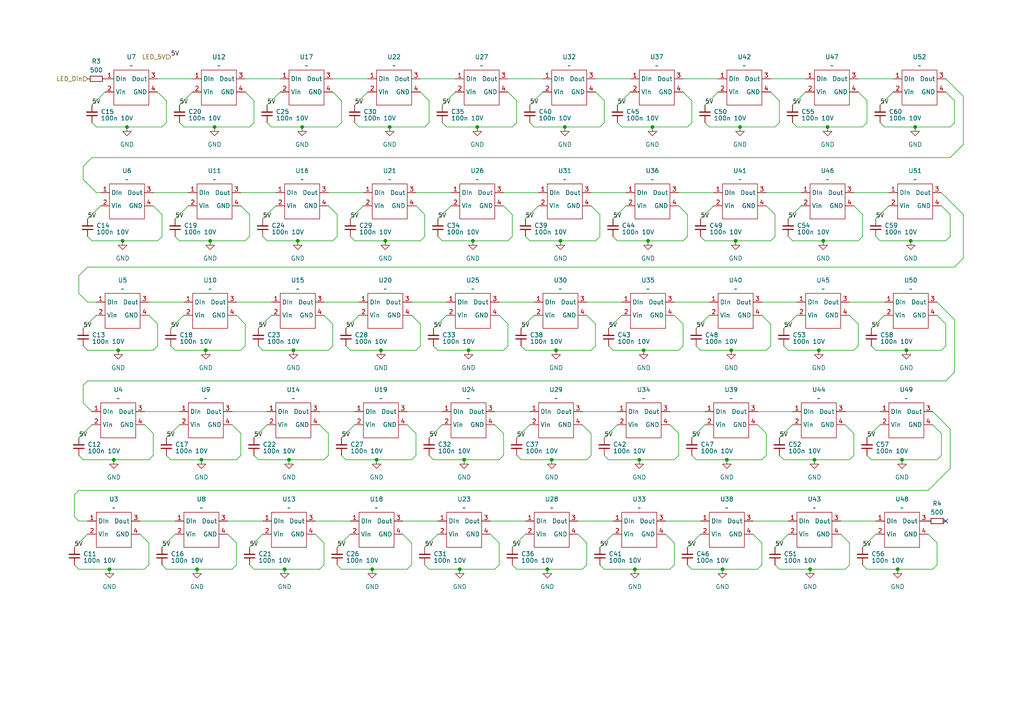
<source format=kicad_sch>
(kicad_sch (version 20250114) (generator "eeschema") (generator_version "9.0")
  (paper "A4")
  (title_block (title "QNOB") (date "2025-04-17") (rev "0.5") (company "12M Design") (comment 1 "Alper Basaran"))
  (junction (at 82.55 165.1))
  (junction (at 110.49 101.6))
  (junction (at 260.35 165.1))
  (junction (at 34.29 101.6))
  (junction (at 85.09 101.6))
  (junction (at 133.35 165.1))
  (junction (at 237.49 101.6))
  (junction (at 83.82 133.35))
  (junction (at 264.16 69.85))
  (junction (at 87.63 36.83))
  (junction (at 134.62 133.35))
  (junction (at 240.03 36.83))
  (junction (at 234.95 165.1))
  (junction (at 36.83 36.83))
  (junction (at 236.22 133.35))
  (junction (at 262.89 101.6))
  (junction (at 35.56 69.85))
  (junction (at 158.75 165.1))
  (junction (at 210.82 133.35))
  (junction (at 33.02 133.35))
  (junction (at 60.96 69.85))
  (junction (at 160.02 133.35))
  (junction (at 185.42 133.35))
  (junction (at 135.89 101.6))
  (junction (at 209.55 165.1))
  (junction (at 212.09 101.6))
  (junction (at 186.69 101.6))
  (junction (at 109.22 133.35))
  (junction (at 31.75 165.1))
  (junction (at 161.29 101.6))
  (junction (at 138.43 36.83))
  (junction (at 59.69 101.6))
  (junction (at 261.62 133.35))
  (junction (at 238.76 69.85))
  (junction (at 187.96 69.85))
  (junction (at 62.23 36.83))
  (junction (at 86.36 69.85))
  (junction (at 162.56 69.85))
  (junction (at 58.42 133.35))
  (junction (at 213.36 69.85))
  (junction (at 111.76 69.85))
  (junction (at 189.23 36.83))
  (junction (at 163.83 36.83))
  (junction (at 214.63 36.83))
  (junction (at 113.03 36.83))
  (junction (at 57.15 165.1))
  (junction (at 137.16 69.85))
  (junction (at 107.95 165.1))
  (junction (at 184.15 165.1))
  (junction (at 265.43 36.83))
  (no_connect (at 274.32 151.13))
  (wire (pts (xy 146.05 101.6) (xy 147.32 100.33)))
  (wire (pts (xy 48.26 165.1) (xy 46.99 163.83)))
  (wire (pts (xy 172.72 69.85) (xy 173.99 68.58)))
  (wire (pts (xy 223.52 100.33) (xy 223.52 93.98)))
  (wire (pts (xy 275.59 36.83) (xy 276.86 35.56)))
  (wire (pts (xy 252.73 133.35) (xy 251.46 132.08)))
  (wire (pts (xy 82.55 165.1) (xy 73.66 165.1)))
  (wire (pts (xy 73.66 165.1) (xy 72.39 163.83)))
  (wire (pts (xy 24.13 52.07) (xy 24.13 48.26)))
  (wire (pts (xy 130.81 59.69) (xy 127 63.5)))
  (wire (pts (xy 194.31 119.38) (xy 204.47 119.38)))
  (wire (pts (xy 138.43 36.83) (xy 129.54 36.83)))
  (wire (pts (xy 234.95 165.1) (xy 226.06 165.1)))
  (wire (pts (xy 147.32 100.33) (xy 147.32 93.98)))
  (wire (pts (xy 171.45 55.88) (xy 181.61 55.88)))
  (wire (pts (xy 177.8 154.94) (xy 173.99 158.75)))
  (wire (pts (xy 120.65 101.6) (xy 121.92 100.33)))
  (wire (pts (xy 125.73 133.35) (xy 124.46 132.08)))
  (wire (pts (xy 69.85 125.73) (xy 67.31 123.19)))
  (wire (pts (xy 271.78 133.35) (xy 273.05 132.08)))
  (wire (pts (xy 240.03 36.83) (xy 250.19 36.83)))
  (wire (pts (xy 151.13 133.35) (xy 149.86 132.08)))
  (wire (pts (xy 134.62 133.35) (xy 125.73 133.35)))
  (wire (pts (xy 173.99 68.58) (xy 173.99 62.23)))
  (wire (pts (xy 149.86 29.21) (xy 147.32 26.67)))
  (wire (pts (xy 83.82 133.35) (xy 93.98 133.35)))
  (wire (pts (xy 44.45 132.08) (xy 44.45 125.73)))
  (wire (pts (xy 22.86 151.13) (xy 21.59 149.86)))
  (wire (pts (xy 238.76 69.85) (xy 229.87 69.85)))
  (wire (pts (xy 43.18 87.63) (xy 53.34 87.63)))
  (wire (pts (xy 62.23 36.83) (xy 72.39 36.83)))
  (wire (pts (xy 198.12 69.85) (xy 199.39 68.58)))
  (wire (pts (xy 172.72 22.86) (xy 182.88 22.86)))
  (wire (pts (xy 274.32 110.49) (xy 276.86 107.95)))
  (wire (pts (xy 276.86 92.71) (xy 271.78 87.63)))
  (wire (pts (xy 185.42 133.35) (xy 195.58 133.35)))
  (wire (pts (xy 99.06 35.56) (xy 99.06 29.21)))
  (wire (pts (xy 172.72 100.33) (xy 172.72 93.98)))
  (wire (pts (xy 29.21 59.69) (xy 25.4 63.5)))
  (wire (pts (xy 203.2 154.94) (xy 199.39 158.75)))
  (wire (pts (xy 246.38 157.48) (xy 243.84 154.94)))
  (wire (pts (xy 121.92 22.86) (xy 132.08 22.86)))
  (wire (pts (xy 48.26 35.56) (xy 48.26 29.21)))
  (wire (pts (xy 205.74 36.83) (xy 204.47 35.56)))
  (wire (pts (xy 133.35 165.1) (xy 124.46 165.1)))
  (wire (pts (xy 43.18 133.35) (xy 44.45 132.08)))
  (wire (pts (xy 247.65 101.6) (xy 248.92 100.33)))
  (wire (pts (xy 123.19 62.23) (xy 120.65 59.69)))
  (wire (pts (xy 93.98 133.35) (xy 95.25 132.08)))
  (wire (pts (xy 25.4 110.49) (xy 274.32 110.49)))
  (wire (pts (xy 111.76 69.85) (xy 121.92 69.85)))
  (wire (pts (xy 207.01 59.69) (xy 203.2 63.5)))
  (wire (pts (xy 27.94 36.83) (xy 26.67 35.56)))
  (wire (pts (xy 236.22 133.35) (xy 227.33 133.35)))
  (wire (pts (xy 26.67 119.38) (xy 24.13 116.84)))
  (wire (pts (xy 246.38 133.35) (xy 247.65 132.08)))
  (wire (pts (xy 104.14 36.83) (xy 102.87 35.56)))
  (wire (pts (xy 222.25 132.08) (xy 222.25 125.73)))
  (wire (pts (xy 101.6 154.94) (xy 97.79 158.75)))
  (wire (pts (xy 194.31 165.1) (xy 195.58 163.83)))
  (wire (pts (xy 96.52 69.85) (xy 97.79 68.58)))
  (wire (pts (xy 144.78 133.35) (xy 146.05 132.08)))
  (wire (pts (xy 248.92 93.98) (xy 246.38 91.44)))
  (wire (pts (xy 265.43 36.83) (xy 256.54 36.83)))
  (wire (pts (xy 54.61 59.69) (xy 50.8 63.5)))
  (wire (pts (xy 102.87 69.85) (xy 101.6 68.58)))
  (wire (pts (xy 250.19 62.23) (xy 247.65 59.69)))
  (wire (pts (xy 49.53 133.35) (xy 48.26 132.08)))
  (wire (pts (xy 106.68 26.67) (xy 102.87 30.48)))
  (wire (pts (xy 195.58 157.48) (xy 193.04 154.94)))
  (wire (pts (xy 261.62 133.35) (xy 252.73 133.35)))
  (wire (pts (xy 275.59 68.58) (xy 275.59 62.23)))
  (wire (pts (xy 223.52 93.98) (xy 220.98 91.44)))
  (wire (pts (xy 175.26 35.56) (xy 175.26 29.21)))
  (wire (pts (xy 25.4 87.63) (xy 22.86 85.09)))
  (wire (pts (xy 72.39 68.58) (xy 72.39 62.23)))
  (wire (pts (xy 200.66 165.1) (xy 199.39 163.83)))
  (wire (pts (xy 127 101.6) (xy 125.73 100.33)))
  (wire (pts (xy 119.38 163.83) (xy 119.38 157.48)))
  (wire (pts (xy 22.86 80.01) (xy 25.4 77.47)))
  (wire (pts (xy 270.51 165.1) (xy 271.78 163.83)))
  (wire (pts (xy 22.86 142.24) (xy 269.24 142.24)))
  (wire (pts (xy 120.65 125.73) (xy 118.11 123.19)))
  (wire (pts (xy 228.6 101.6) (xy 227.33 100.33)))
  (wire (pts (xy 196.85 125.73) (xy 194.31 123.19)))
  (wire (pts (xy 208.28 26.67) (xy 204.47 30.48)))
  (wire (pts (xy 247.65 125.73) (xy 245.11 123.19)))
  (wire (pts (xy 181.61 59.69) (xy 177.8 63.5)))
  (wire (pts (xy 256.54 36.83) (xy 255.27 35.56)))
  (wire (pts (xy 110.49 101.6) (xy 101.6 101.6)))
  (wire (pts (xy 71.12 22.86) (xy 81.28 22.86)))
  (wire (pts (xy 189.23 36.83) (xy 180.34 36.83)))
  (wire (pts (xy 43.18 163.83) (xy 43.18 157.48)))
  (wire (pts (xy 71.12 100.33) (xy 71.12 93.98)))
  (wire (pts (xy 171.45 132.08) (xy 171.45 125.73)))
  (wire (pts (xy 116.84 151.13) (xy 127 151.13)))
  (wire (pts (xy 48.26 29.21) (xy 45.72 26.67)))
  (wire (pts (xy 99.06 29.21) (xy 96.52 26.67)))
  (wire (pts (xy 157.48 26.67) (xy 153.67 30.48)))
  (wire (pts (xy 195.58 133.35) (xy 196.85 132.08)))
  (wire (pts (xy 214.63 36.83) (xy 224.79 36.83)))
  (wire (pts (xy 58.42 133.35) (xy 49.53 133.35)))
  (wire (pts (xy 250.19 68.58) (xy 250.19 62.23)))
  (wire (pts (xy 93.98 163.83) (xy 93.98 157.48)))
  (wire (pts (xy 73.66 29.21) (xy 71.12 26.67)))
  (wire (pts (xy 34.29 101.6) (xy 44.45 101.6)))
  (wire (pts (xy 124.46 35.56) (xy 124.46 29.21)))
  (wire (pts (xy 92.71 165.1) (xy 93.98 163.83)))
  (wire (pts (xy 158.75 165.1) (xy 149.86 165.1)))
  (wire (pts (xy 172.72 93.98) (xy 170.18 91.44)))
  (wire (pts (xy 45.72 93.98) (xy 43.18 91.44)))
  (wire (pts (xy 96.52 93.98) (xy 93.98 91.44)))
  (wire (pts (xy 180.34 91.44) (xy 176.53 95.25)))
  (wire (pts (xy 59.69 101.6) (xy 50.8 101.6)))
  (wire (pts (xy 212.09 101.6) (xy 222.25 101.6)))
  (wire (pts (xy 99.06 165.1) (xy 97.79 163.83)))
  (wire (pts (xy 44.45 55.88) (xy 54.61 55.88)))
  (wire (pts (xy 198.12 100.33) (xy 198.12 93.98)))
  (wire (pts (xy 104.14 91.44) (xy 100.33 95.25)))
  (wire (pts (xy 124.46 165.1) (xy 123.19 163.83)))
  (wire (pts (xy 142.24 151.13) (xy 152.4 151.13)))
  (wire (pts (xy 24.13 133.35) (xy 22.86 132.08)))
  (wire (pts (xy 209.55 165.1) (xy 200.66 165.1)))
  (wire (pts (xy 163.83 36.83) (xy 173.99 36.83)))
  (wire (pts (xy 121.92 93.98) (xy 119.38 91.44)))
  (wire (pts (xy 160.02 133.35) (xy 170.18 133.35)))
  (wire (pts (xy 62.23 36.83) (xy 53.34 36.83)))
  (wire (pts (xy 149.86 165.1) (xy 148.59 163.83)))
  (wire (pts (xy 24.13 48.26) (xy 26.67 45.72)))
  (wire (pts (xy 21.59 149.86) (xy 21.59 143.51)))
  (wire (pts (xy 179.07 123.19) (xy 175.26 127)))
  (wire (pts (xy 147.32 69.85) (xy 148.59 68.58)))
  (wire (pts (xy 198.12 93.98) (xy 195.58 91.44)))
  (wire (pts (xy 146.05 125.73) (xy 143.51 123.19)))
  (wire (pts (xy 158.75 165.1) (xy 168.91 165.1)))
  (wire (pts (xy 260.35 165.1) (xy 251.46 165.1)))
  (wire (pts (xy 248.92 22.86) (xy 259.08 22.86)))
  (wire (pts (xy 100.33 133.35) (xy 99.06 132.08)))
  (wire (pts (xy 113.03 36.83) (xy 104.14 36.83)))
  (wire (pts (xy 128.27 69.85) (xy 127 68.58)))
  (wire (pts (xy 173.99 36.83) (xy 175.26 35.56)))
  (wire (pts (xy 60.96 69.85) (xy 52.07 69.85)))
  (wire (pts (xy 60.96 69.85) (xy 71.12 69.85)))
  (wire (pts (xy 77.47 69.85) (xy 76.2 68.58)))
  (wire (pts (xy 199.39 68.58) (xy 199.39 62.23)))
  (wire (pts (xy 69.85 55.88) (xy 80.01 55.88)))
  (wire (pts (xy 224.79 36.83) (xy 226.06 35.56)))
  (wire (pts (xy 80.01 59.69) (xy 76.2 63.5)))
  (wire (pts (xy 175.26 29.21) (xy 172.72 26.67)))
  (wire (pts (xy 264.16 69.85) (xy 274.32 69.85)))
  (wire (pts (xy 45.72 100.33) (xy 45.72 93.98)))
  (wire (pts (xy 135.89 101.6) (xy 146.05 101.6)))
  (wire (pts (xy 261.62 133.35) (xy 271.78 133.35)))
  (wire (pts (xy 175.26 165.1) (xy 173.99 163.83)))
  (wire (pts (xy 144.78 163.83) (xy 144.78 157.48)))
  (wire (pts (xy 246.38 87.63) (xy 256.54 87.63)))
  (wire (pts (xy 105.41 59.69) (xy 101.6 63.5)))
  (wire (pts (xy 167.64 151.13) (xy 177.8 151.13)))
  (wire (pts (xy 199.39 36.83) (xy 200.66 35.56)))
  (wire (pts (xy 135.89 101.6) (xy 127 101.6)))
  (wire (pts (xy 273.05 132.08) (xy 273.05 125.73)))
  (wire (pts (xy 279.4 41.91) (xy 279.4 27.94)))
  (wire (pts (xy 220.98 163.83) (xy 220.98 157.48)))
  (wire (pts (xy 231.14 36.83) (xy 229.87 35.56)))
  (wire (pts (xy 120.65 132.08) (xy 120.65 125.73)))
  (wire (pts (xy 72.39 36.83) (xy 73.66 35.56)))
  (wire (pts (xy 101.6 101.6) (xy 100.33 100.33)))
  (wire (pts (xy 176.53 133.35) (xy 175.26 132.08)))
  (wire (pts (xy 69.85 101.6) (xy 71.12 100.33)))
  (wire (pts (xy 148.59 68.58) (xy 148.59 62.23)))
  (wire (pts (xy 187.96 69.85) (xy 198.12 69.85)))
  (wire (pts (xy 109.22 133.35) (xy 100.33 133.35)))
  (wire (pts (xy 36.83 36.83) (xy 27.94 36.83)))
  (wire (pts (xy 262.89 101.6) (xy 254 101.6)))
  (wire (pts (xy 265.43 36.83) (xy 275.59 36.83)))
  (wire (pts (xy 219.71 165.1) (xy 220.98 163.83)))
  (wire (pts (xy 33.02 133.35) (xy 24.13 133.35)))
  (wire (pts (xy 204.47 123.19) (xy 200.66 127)))
  (wire (pts (xy 45.72 69.85) (xy 46.99 68.58)))
  (wire (pts (xy 82.55 165.1) (xy 92.71 165.1)))
  (wire (pts (xy 45.72 22.86) (xy 55.88 22.86)))
  (wire (pts (xy 248.92 69.85) (xy 250.19 68.58)))
  (wire (pts (xy 220.98 133.35) (xy 222.25 132.08)))
  (wire (pts (xy 209.55 165.1) (xy 219.71 165.1)))
  (wire (pts (xy 251.46 35.56) (xy 251.46 29.21)))
  (wire (pts (xy 229.87 69.85) (xy 228.6 68.58)))
  (wire (pts (xy 119.38 87.63) (xy 129.54 87.63)))
  (wire (pts (xy 276.86 35.56) (xy 276.86 29.21)))
  (wire (pts (xy 77.47 123.19) (xy 73.66 127)))
  (wire (pts (xy 220.98 157.48) (xy 218.44 154.94)))
  (wire (pts (xy 195.58 163.83) (xy 195.58 157.48)))
  (wire (pts (xy 146.05 132.08) (xy 146.05 125.73)))
  (wire (pts (xy 76.2 154.94) (xy 72.39 158.75)))
  (wire (pts (xy 154.94 91.44) (xy 151.13 95.25)))
  (wire (pts (xy 86.36 69.85) (xy 96.52 69.85)))
  (wire (pts (xy 44.45 101.6) (xy 45.72 100.33)))
  (wire (pts (xy 171.45 125.73) (xy 168.91 123.19)))
  (wire (pts (xy 102.87 123.19) (xy 99.06 127)))
  (wire (pts (xy 107.95 165.1) (xy 99.06 165.1)))
  (wire (pts (xy 119.38 157.48) (xy 116.84 154.94)))
  (wire (pts (xy 97.79 62.23) (xy 95.25 59.69)))
  (wire (pts (xy 52.07 123.19) (xy 48.26 127)))
  (wire (pts (xy 118.11 119.38) (xy 128.27 119.38)))
  (wire (pts (xy 107.95 165.1) (xy 118.11 165.1)))
  (wire (pts (xy 231.14 91.44) (xy 227.33 95.25)))
  (wire (pts (xy 254 154.94) (xy 250.19 158.75)))
  (wire (pts (xy 55.88 26.67) (xy 52.07 30.48)))
  (wire (pts (xy 274.32 69.85) (xy 275.59 68.58)))
  (wire (pts (xy 274.32 93.98) (xy 271.78 91.44)))
  (wire (pts (xy 243.84 151.13) (xy 254 151.13)))
  (wire (pts (xy 50.8 154.94) (xy 46.99 158.75)))
  (wire (pts (xy 237.49 101.6) (xy 247.65 101.6)))
  (wire (pts (xy 123.19 36.83) (xy 124.46 35.56)))
  (wire (pts (xy 196.85 132.08) (xy 196.85 125.73)))
  (wire (pts (xy 260.35 165.1) (xy 270.51 165.1)))
  (wire (pts (xy 134.62 133.35) (xy 144.78 133.35)))
  (wire (pts (xy 168.91 165.1) (xy 170.18 163.83)))
  (wire (pts (xy 193.04 151.13) (xy 203.2 151.13)))
  (wire (pts (xy 128.27 123.19) (xy 124.46 127)))
  (wire (pts (xy 219.71 119.38) (xy 229.87 119.38)))
  (wire (pts (xy 222.25 125.73) (xy 219.71 123.19)))
  (wire (pts (xy 154.94 36.83) (xy 153.67 35.56)))
  (wire (pts (xy 248.92 100.33) (xy 248.92 93.98)))
  (wire (pts (xy 226.06 35.56) (xy 226.06 29.21)))
  (wire (pts (xy 153.67 123.19) (xy 149.86 127)))
  (wire (pts (xy 25.4 154.94) (xy 21.59 158.75)))
  (wire (pts (xy 132.08 26.67) (xy 128.27 30.48)))
  (wire (pts (xy 224.79 68.58) (xy 224.79 62.23)))
  (wire (pts (xy 118.11 165.1) (xy 119.38 163.83)))
  (wire (pts (xy 186.69 101.6) (xy 196.85 101.6)))
  (wire (pts (xy 110.49 101.6) (xy 120.65 101.6)))
  (wire (pts (xy 196.85 101.6) (xy 198.12 100.33)))
  (wire (pts (xy 223.52 69.85) (xy 224.79 68.58)))
  (wire (pts (xy 196.85 55.88) (xy 207.01 55.88)))
  (wire (pts (xy 170.18 157.48) (xy 167.64 154.94)))
  (wire (pts (xy 144.78 157.48) (xy 142.24 154.94)))
  (wire (pts (xy 26.67 69.85) (xy 25.4 68.58)))
  (wire (pts (xy 149.86 35.56) (xy 149.86 29.21)))
  (wire (pts (xy 93.98 87.63) (xy 104.14 87.63)))
  (wire (pts (xy 87.63 36.83) (xy 78.74 36.83)))
  (wire (pts (xy 279.4 27.94) (xy 274.32 22.86)))
  (wire (pts (xy 146.05 55.88) (xy 156.21 55.88)))
  (wire (pts (xy 73.66 35.56) (xy 73.66 29.21)))
  (wire (pts (xy 256.54 91.44) (xy 252.73 95.25)))
  (wire (pts (xy 161.29 101.6) (xy 152.4 101.6)))
  (wire (pts (xy 148.59 62.23) (xy 146.05 59.69)))
  (wire (pts (xy 271.78 157.48) (xy 269.24 154.94)))
  (wire (pts (xy 233.68 26.67) (xy 229.87 30.48)))
  (wire (pts (xy 95.25 101.6) (xy 96.52 100.33)))
  (wire (pts (xy 68.58 87.63) (xy 78.74 87.63)))
  (wire (pts (xy 93.98 157.48) (xy 91.44 154.94)))
  (wire (pts (xy 44.45 125.73) (xy 41.91 123.19)))
  (wire (pts (xy 229.87 123.19) (xy 226.06 127)))
  (wire (pts (xy 170.18 133.35) (xy 171.45 132.08)))
  (wire (pts (xy 279.4 62.23) (xy 273.05 55.88)))
  (wire (pts (xy 185.42 133.35) (xy 176.53 133.35)))
  (wire (pts (xy 203.2 101.6) (xy 201.93 100.33)))
  (wire (pts (xy 95.25 125.73) (xy 92.71 123.19)))
  (wire (pts (xy 144.78 87.63) (xy 154.94 87.63)))
  (wire (pts (xy 179.07 69.85) (xy 177.8 68.58)))
  (wire (pts (xy 31.75 165.1) (xy 41.91 165.1)))
  (wire (pts (xy 213.36 69.85) (xy 223.52 69.85)))
  (wire (pts (xy 199.39 62.23) (xy 196.85 59.69)))
  (wire (pts (xy 255.27 123.19) (xy 251.46 127)))
  (wire (pts (xy 46.99 68.58) (xy 46.99 62.23)))
  (wire (pts (xy 78.74 36.83) (xy 77.47 35.56)))
  (wire (pts (xy 200.66 29.21) (xy 198.12 26.67)))
  (wire (pts (xy 162.56 69.85) (xy 172.72 69.85)))
  (wire (pts (xy 85.09 101.6) (xy 76.2 101.6)))
  (wire (pts (xy 170.18 163.83) (xy 170.18 157.48)))
  (wire (pts (xy 213.36 69.85) (xy 204.47 69.85)))
  (wire (pts (xy 25.4 101.6) (xy 24.13 100.33)))
  (wire (pts (xy 214.63 36.83) (xy 205.74 36.83)))
  (wire (pts (xy 67.31 165.1) (xy 68.58 163.83)))
  (wire (pts (xy 246.38 163.83) (xy 246.38 157.48)))
  (wire (pts (xy 234.95 165.1) (xy 245.11 165.1)))
  (wire (pts (xy 173.99 62.23) (xy 171.45 59.69)))
  (wire (pts (xy 276.86 77.47) (xy 279.4 74.93)))
  (wire (pts (xy 67.31 119.38) (xy 77.47 119.38)))
  (wire (pts (xy 180.34 36.83) (xy 179.07 35.56)))
  (wire (pts (xy 168.91 119.38) (xy 179.07 119.38)))
  (wire (pts (xy 121.92 69.85) (xy 123.19 68.58)))
  (wire (pts (xy 21.59 143.51) (xy 22.86 142.24)))
  (wire (pts (xy 68.58 163.83) (xy 68.58 157.48)))
  (wire (pts (xy 201.93 133.35) (xy 200.66 132.08)))
  (wire (pts (xy 85.09 101.6) (xy 95.25 101.6)))
  (wire (pts (xy 198.12 22.86) (xy 208.28 22.86)))
  (wire (pts (xy 34.29 101.6) (xy 25.4 101.6)))
  (wire (pts (xy 274.32 100.33) (xy 274.32 93.98)))
  (wire (pts (xy 22.86 85.09) (xy 22.86 80.01)))
  (wire (pts (xy 138.43 36.83) (xy 148.59 36.83)))
  (wire (pts (xy 161.29 101.6) (xy 171.45 101.6)))
  (wire (pts (xy 87.63 36.83) (xy 97.79 36.83)))
  (wire (pts (xy 245.11 119.38) (xy 255.27 119.38)))
  (wire (pts (xy 46.99 62.23) (xy 44.45 59.69)))
  (wire (pts (xy 66.04 151.13) (xy 76.2 151.13)))
  (wire (pts (xy 273.05 125.73) (xy 270.51 123.19)))
  (wire (pts (xy 129.54 36.83) (xy 128.27 35.56)))
  (wire (pts (xy 143.51 165.1) (xy 144.78 163.83)))
  (wire (pts (xy 222.25 55.88) (xy 232.41 55.88)))
  (wire (pts (xy 91.44 151.13) (xy 101.6 151.13)))
  (wire (pts (xy 24.13 111.76) (xy 25.4 110.49)))
  (wire (pts (xy 220.98 87.63) (xy 231.14 87.63)))
  (wire (pts (xy 29.21 55.88) (xy 27.94 55.88)))
  (wire (pts (xy 218.44 151.13) (xy 228.6 151.13)))
  (wire (pts (xy 119.38 133.35) (xy 120.65 132.08)))
  (wire (pts (xy 275.59 124.46) (xy 270.51 119.38)))
  (wire (pts (xy 163.83 36.83) (xy 154.94 36.83)))
  (wire (pts (xy 95.25 132.08) (xy 95.25 125.73)))
  (wire (pts (xy 81.28 26.67) (xy 77.47 30.48)))
  (wire (pts (xy 58.42 133.35) (xy 68.58 133.35)))
  (wire (pts (xy 72.39 62.23) (xy 69.85 59.69)))
  (wire (pts (xy 76.2 101.6) (xy 74.93 100.33)))
  (wire (pts (xy 247.65 55.88) (xy 257.81 55.88)))
  (wire (pts (xy 254 101.6) (xy 252.73 100.33)))
  (wire (pts (xy 279.4 74.93) (xy 279.4 62.23)))
  (wire (pts (xy 152.4 154.94) (xy 148.59 158.75)))
  (wire (pts (xy 276.86 29.21) (xy 274.32 26.67)))
  (wire (pts (xy 276.86 107.95) (xy 276.86 92.71)))
  (wire (pts (xy 137.16 69.85) (xy 147.32 69.85)))
  (wire (pts (xy 210.82 133.35) (xy 220.98 133.35)))
  (wire (pts (xy 123.19 68.58) (xy 123.19 62.23)))
  (wire (pts (xy 153.67 69.85) (xy 152.4 68.58)))
  (wire (pts (xy 52.07 69.85) (xy 50.8 68.58)))
  (wire (pts (xy 41.91 165.1) (xy 43.18 163.83)))
  (wire (pts (xy 262.89 101.6) (xy 273.05 101.6)))
  (wire (pts (xy 30.48 26.67) (xy 26.67 30.48)))
  (wire (pts (xy 74.93 133.35) (xy 73.66 132.08)))
  (wire (pts (xy 97.79 68.58) (xy 97.79 62.23)))
  (wire (pts (xy 120.65 55.88) (xy 130.81 55.88)))
  (wire (pts (xy 97.79 36.83) (xy 99.06 35.56)))
  (wire (pts (xy 275.59 62.23) (xy 273.05 59.69)))
  (wire (pts (xy 195.58 87.63) (xy 205.74 87.63)))
  (wire (pts (xy 257.81 59.69) (xy 254 63.5)))
  (wire (pts (xy 27.94 55.88) (xy 24.13 52.07)))
  (wire (pts (xy 26.67 45.72) (xy 275.59 45.72)))
  (wire (pts (xy 113.03 36.83) (xy 123.19 36.83)))
  (wire (pts (xy 152.4 101.6) (xy 151.13 100.33)))
  (wire (pts (xy 25.4 77.47) (xy 276.86 77.47)))
  (wire (pts (xy 86.36 69.85) (xy 77.47 69.85)))
  (wire (pts (xy 147.32 22.86) (xy 157.48 22.86)))
  (wire (pts (xy 111.76 69.85) (xy 102.87 69.85)))
  (wire (pts (xy 160.02 133.35) (xy 151.13 133.35)))
  (wire (pts (xy 53.34 36.83) (xy 52.07 35.56)))
  (wire (pts (xy 27.94 91.44) (xy 24.13 95.25)))
  (wire (pts (xy 187.96 69.85) (xy 179.07 69.85)))
  (wire (pts (xy 226.06 165.1) (xy 224.79 163.83)))
  (wire (pts (xy 27.94 87.63) (xy 25.4 87.63)))
  (wire (pts (xy 40.64 151.13) (xy 50.8 151.13)))
  (wire (pts (xy 264.16 69.85) (xy 255.27 69.85)))
  (wire (pts (xy 35.56 69.85) (xy 26.67 69.85)))
  (wire (pts (xy 109.22 133.35) (xy 119.38 133.35)))
  (wire (pts (xy 143.51 119.38) (xy 153.67 119.38)))
  (wire (pts (xy 162.56 69.85) (xy 153.67 69.85)))
  (wire (pts (xy 53.34 91.44) (xy 49.53 95.25)))
  (wire (pts (xy 189.23 36.83) (xy 199.39 36.83)))
  (wire (pts (xy 275.59 135.89) (xy 275.59 124.46)))
  (wire (pts (xy 171.45 101.6) (xy 172.72 100.33)))
  (wire (pts (xy 251.46 165.1) (xy 250.19 163.83)))
  (wire (pts (xy 156.21 59.69) (xy 152.4 63.5)))
  (wire (pts (xy 186.69 101.6) (xy 177.8 101.6)))
  (wire (pts (xy 96.52 22.86) (xy 106.68 22.86)))
  (wire (pts (xy 57.15 165.1) (xy 48.26 165.1)))
  (wire (pts (xy 177.8 101.6) (xy 176.53 100.33)))
  (wire (pts (xy 222.25 101.6) (xy 223.52 100.33)))
  (wire (pts (xy 204.47 69.85) (xy 203.2 68.58)))
  (wire (pts (xy 33.02 133.35) (xy 43.18 133.35)))
  (wire (pts (xy 236.22 133.35) (xy 246.38 133.35)))
  (wire (pts (xy 205.74 91.44) (xy 201.93 95.25)))
  (wire (pts (xy 255.27 69.85) (xy 254 68.58)))
  (wire (pts (xy 226.06 29.21) (xy 223.52 26.67)))
  (wire (pts (xy 95.25 55.88) (xy 105.41 55.88)))
  (wire (pts (xy 43.18 157.48) (xy 40.64 154.94)))
  (wire (pts (xy 259.08 26.67) (xy 255.27 30.48)))
  (wire (pts (xy 238.76 69.85) (xy 248.92 69.85)))
  (wire (pts (xy 78.74 91.44) (xy 74.93 95.25)))
  (wire (pts (xy 50.8 101.6) (xy 49.53 100.33)))
  (wire (pts (xy 223.52 22.86) (xy 233.68 22.86)))
  (wire (pts (xy 59.69 101.6) (xy 69.85 101.6)))
  (wire (pts (xy 68.58 157.48) (xy 66.04 154.94)))
  (wire (pts (xy 46.99 36.83) (xy 48.26 35.56)))
  (wire (pts (xy 121.92 100.33) (xy 121.92 93.98)))
  (wire (pts (xy 184.15 165.1) (xy 194.31 165.1)))
  (wire (pts (xy 247.65 132.08) (xy 247.65 125.73)))
  (wire (pts (xy 210.82 133.35) (xy 201.93 133.35)))
  (wire (pts (xy 96.52 100.33) (xy 96.52 93.98)))
  (wire (pts (xy 92.71 119.38) (xy 102.87 119.38)))
  (wire (pts (xy 147.32 93.98) (xy 144.78 91.44)))
  (wire (pts (xy 237.49 101.6) (xy 228.6 101.6)))
  (wire (pts (xy 170.18 87.63) (xy 180.34 87.63)))
  (wire (pts (xy 137.16 69.85) (xy 128.27 69.85)))
  (wire (pts (xy 269.24 142.24) (xy 275.59 135.89)))
  (wire (pts (xy 200.66 35.56) (xy 200.66 29.21)))
  (wire (pts (xy 271.78 163.83) (xy 271.78 157.48)))
  (wire (pts (xy 127 154.94) (xy 123.19 158.75)))
  (wire (pts (xy 41.91 119.38) (xy 52.07 119.38)))
  (wire (pts (xy 83.82 133.35) (xy 74.93 133.35)))
  (wire (pts (xy 227.33 133.35) (xy 226.06 132.08)))
  (wire (pts (xy 275.59 45.72) (xy 279.4 41.91)))
  (wire (pts (xy 25.4 151.13) (xy 22.86 151.13)))
  (wire (pts (xy 129.54 91.44) (xy 125.73 95.25)))
  (wire (pts (xy 245.11 165.1) (xy 246.38 163.83)))
  (wire (pts (xy 26.67 123.19) (xy 22.86 127)))
  (wire (pts (xy 35.56 69.85) (xy 45.72 69.85)))
  (wire (pts (xy 31.75 165.1) (xy 22.86 165.1)))
  (wire (pts (xy 24.13 116.84) (xy 24.13 111.76)))
  (wire (pts (xy 184.15 165.1) (xy 175.26 165.1)))
  (wire (pts (xy 22.86 165.1) (xy 21.59 163.83)))
  (wire (pts (xy 69.85 132.08) (xy 69.85 125.73)))
  (wire (pts (xy 68.58 133.35) (xy 69.85 132.08)))
  (wire (pts (xy 224.79 62.23) (xy 222.25 59.69)))
  (wire (pts (xy 250.19 36.83) (xy 251.46 35.56)))
  (wire (pts (xy 71.12 69.85) (xy 72.39 68.58)))
  (wire (pts (xy 240.03 36.83) (xy 231.14 36.83)))
  (wire (pts (xy 36.83 36.83) (xy 46.99 36.83)))
  (wire (pts (xy 57.15 165.1) (xy 67.31 165.1)))
  (wire (pts (xy 232.41 59.69) (xy 228.6 63.5)))
  (wire (pts (xy 212.09 101.6) (xy 203.2 101.6)))
  (wire (pts (xy 273.05 101.6) (xy 274.32 100.33)))
  (wire (pts (xy 71.12 93.98) (xy 68.58 91.44)))
  (wire (pts (xy 148.59 36.83) (xy 149.86 35.56)))
  (wire (pts (xy 124.46 29.21) (xy 121.92 26.67)))
  (wire (pts (xy 182.88 26.67) (xy 179.07 30.48)))
  (wire (pts (xy 251.46 29.21) (xy 248.92 26.67)))
  (wire (pts (xy 228.6 154.94) (xy 224.79 158.75)))
  (wire (pts (xy 133.35 165.1) (xy 143.51 165.1)))
  (label "5V" (at 125.73 95.25 0))
  (label "5V" (at 200.66 127 0))
  (label "5V" (at 72.39 158.75 0))
  (label "5V" (at 254 63.5 0))
  (label "5V" (at 100.33 95.25 0))
  (label "5V" (at 199.39 158.75 0))
  (label "5V" (at 148.59 158.75 0))
  (label "5V" (at 153.67 30.48 0))
  (label "5V" (at 77.47 30.48 0))
  (label "5V" (at 97.79 158.75 0))
  (label "5V" (at 73.66 127 0))
  (label "5V" (at 52.07 30.48 0))
  (label "5V" (at 49.53 95.25 0))
  (label "5V" (at 204.47 30.48 0))
  (label "5V" (at 26.67 30.48 0))
  (label "5V" (at 229.87 30.48 0))
  (label "5V" (at 173.99 158.75 0))
  (label "5V" (at 49.53 16.51 0))
  (label "5V" (at 123.19 158.75 0))
  (label "5V" (at 228.6 63.5 0))
  (label "5V" (at 48.26 127 0))
  (label "5V" (at 152.4 63.5 0))
  (label "5V" (at 101.6 63.5 0))
  (label "5V" (at 124.46 127 0))
  (label "5V" (at 201.93 95.25 0))
  (label "5V" (at 99.06 127 0))
  (label "5V" (at 76.2 63.5 0))
  (label "5V" (at 127 63.5 0))
  (label "5V" (at 25.4 63.5 0))
  (label "5V" (at 149.86 127 0))
  (label "5V" (at 203.2 63.5 0))
  (label "5V" (at 224.79 158.75 0))
  (label "5V" (at 250.19 158.75 0))
  (label "5V" (at 179.07 30.48 0))
  (label "5V" (at 177.8 63.5 0))
  (label "5V" (at 252.73 95.25 0))
  (label "5V" (at 251.46 127 0))
  (label "5V" (at 74.93 95.25 0))
  (label "5V" (at 102.87 30.48 0))
  (label "5V" (at 255.27 30.48 0))
  (label "5V" (at 176.53 95.25 0))
  (label "5V" (at 151.13 95.25 0))
  (label "5V" (at 21.59 158.75 0))
  (label "5V" (at 50.8 63.5 0))
  (label "5V" (at 46.99 158.75 0))
  (label "5V" (at 128.27 30.48 0))
  (label "5V" (at 226.06 127 0))
  (label "5V" (at 175.26 127 0))
  (label "5V" (at 22.86 127 0))
  (label "5V" (at 24.13 95.25 0))
  (label "5V" (at 227.33 95.25 0))
  (hierarchical_label "LED_Din" (shape input) (at 25.4 22.86 180))
  (hierarchical_label "LED_5V" (shape input) (at 49.53 16.51 180))
  (symbol (lib_id "custom_led:SK6805-EC15") (at 238.76 90.17 0) (unit 1)
    (property "Reference" "U45" (at 238.76 81.28 0))
    (property "Value" "~" (at 238.76 83.82 0))
    (property "Footprint" "custom_led:SK6805-EC15" (effects (hide yes)))
  )
  (symbol (lib_id "Device:C_Small") (at 203.2 66.04 180) (unit 1)
    (property "Reference" "C49" (at 205.74 65.405 0) (effects (justify right)))
    (property "Value" "100n 10V" (at 205.74 67.31 0) (effects (justify right)))
    (property "Footprint" "Capacitor_SMD:C_0402_1005Metric" (effects (hide yes)))
    (property "Description" "Unpolarized capacitor, small symbol" (effects (hide yes)))
  )
  (symbol (lib_id "Device:C_Small") (at 72.39 161.29 180) (unit 1)
    (property "Reference" "C21" (at 74.93 160.655 0) (effects (justify right)))
    (property "Value" "100n 10V" (at 74.93 162.56 0) (effects (justify right)))
    (property "Footprint" "Capacitor_SMD:C_0402_1005Metric" (effects (hide yes)))
    (property "Description" "Unpolarized capacitor, small symbol" (effects (hide yes)))
  )
  (symbol (lib_id "Device:C_Small") (at 125.73 97.79 180) (unit 1)
    (property "Reference" "C33" (at 128.27 97.155 0) (effects (justify right)))
    (property "Value" "100n 10V" (at 128.27 99.06 0) (effects (justify right)))
    (property "Footprint" "Capacitor_SMD:C_0402_1005Metric" (effects (hide yes)))
    (property "Description" "Unpolarized capacitor, small symbol" (effects (hide yes)))
  )
  (symbol (lib_id "Device:C_Small") (at 255.27 33.02 180) (unit 1)
    (property "Reference" "C60" (at 257.81 32.385 0) (effects (justify right)))
    (property "Value" "100n 10V" (at 257.81 34.29 0) (effects (justify right)))
    (property "Footprint" "Capacitor_SMD:C_0402_1005Metric" (effects (hide yes)))
    (property "Description" "Unpolarized capacitor, small symbol" (effects (hide yes)))
  )
  (symbol (lib_id "Device:C_Small") (at 22.86 129.54 180) (unit 1)
    (property "Reference" "C12" (at 25.4 128.905 0) (effects (justify right)))
    (property "Value" "100n 10V" (at 25.4 130.81 0) (effects (justify right)))
    (property "Footprint" "Capacitor_SMD:C_0402_1005Metric" (effects (hide yes)))
    (property "Description" "Unpolarized capacitor, small symbol" (effects (hide yes)))
  )
  (symbol (lib_id "Device:C_Small") (at 21.59 161.29 180) (unit 1)
    (property "Reference" "C11" (at 24.13 160.655 0) (effects (justify right)))
    (property "Value" "100n 10V" (at 24.13 162.56 0) (effects (justify right)))
    (property "Footprint" "Capacitor_SMD:C_0402_1005Metric" (effects (hide yes)))
    (property "Description" "Unpolarized capacitor, small symbol" (effects (hide yes)))
  )
  (symbol (lib_id "custom_led:SK6805-EC15") (at 160.02 153.67 0) (unit 1)
    (property "Reference" "U28" (at 160.02 144.78 0))
    (property "Value" "~" (at 160.02 147.32 0))
    (property "Footprint" "custom_led:SK6805-EC15" (effects (hide yes)))
  )
  (symbol (lib_id "power:GND") (at 109.22 133.35 0) (unit 1)
    (property "Reference" "#PWR024" (effects (hide yes)))
    (property "Value" "GND" (at 109.22 138.43 0))
    (property "Description" "Power symbol creates a global label with name \"GND\" , ground" (effects (hide yes)))
  )
  (symbol (lib_id "power:GND") (at 82.55 165.1 0) (unit 1)
    (property "Reference" "#PWR018" (effects (hide yes)))
    (property "Value" "GND" (at 82.55 170.18 0))
    (property "Description" "Power symbol creates a global label with name \"GND\" , ground" (effects (hide yes)))
  )
  (symbol (lib_id "Device:C_Small") (at 99.06 129.54 180) (unit 1)
    (property "Reference" "C27" (at 101.6 128.905 0) (effects (justify right)))
    (property "Value" "100n 10V" (at 101.6 130.81 0) (effects (justify right)))
    (property "Footprint" "Capacitor_SMD:C_0402_1005Metric" (effects (hide yes)))
    (property "Description" "Unpolarized capacitor, small symbol" (effects (hide yes)))
  )
  (symbol (lib_id "Device:C_Small") (at 224.79 161.29 180) (unit 1)
    (property "Reference" "C51" (at 227.33 160.655 0) (effects (justify right)))
    (property "Value" "100n 10V" (at 227.33 162.56 0) (effects (justify right)))
    (property "Footprint" "Capacitor_SMD:C_0402_1005Metric" (effects (hide yes)))
    (property "Description" "Unpolarized capacitor, small symbol" (effects (hide yes)))
  )
  (symbol (lib_id "Device:C_Small") (at 250.19 161.29 180) (unit 1)
    (property "Reference" "C56" (at 252.73 160.655 0) (effects (justify right)))
    (property "Value" "100n 10V" (at 252.73 162.56 0) (effects (justify right)))
    (property "Footprint" "Capacitor_SMD:C_0402_1005Metric" (effects (hide yes)))
    (property "Description" "Unpolarized capacitor, small symbol" (effects (hide yes)))
  )
  (symbol (lib_id "custom_led:SK6805-EC15") (at 187.96 90.17 0) (unit 1)
    (property "Reference" "U35" (at 187.96 81.28 0))
    (property "Value" "~" (at 187.96 83.82 0))
    (property "Footprint" "custom_led:SK6805-EC15" (effects (hide yes)))
  )
  (symbol (lib_id "power:GND") (at 185.42 133.35 0) (unit 1)
    (property "Reference" "#PWR039" (effects (hide yes)))
    (property "Value" "GND" (at 185.42 138.43 0))
    (property "Description" "Power symbol creates a global label with name \"GND\" , ground" (effects (hide yes)))
  )
  (symbol (lib_id "Device:C_Small") (at 127 66.04 180) (unit 1)
    (property "Reference" "C34" (at 129.54 65.405 0) (effects (justify right)))
    (property "Value" "100n 10V" (at 129.54 67.31 0) (effects (justify right)))
    (property "Footprint" "Capacitor_SMD:C_0402_1005Metric" (effects (hide yes)))
    (property "Description" "Unpolarized capacitor, small symbol" (effects (hide yes)))
  )
  (symbol (lib_id "custom_led:SK6805-EC15") (at 165.1 25.4 0) (unit 1)
    (property "Reference" "U32" (at 165.1 16.51 0))
    (property "Value" "~" (at 165.1 19.05 0))
    (property "Footprint" "custom_led:SK6805-EC15" (effects (hide yes)))
  )
  (symbol (lib_id "custom_led:SK6805-EC15") (at 137.16 90.17 0) (unit 1)
    (property "Reference" "U25" (at 137.16 81.28 0))
    (property "Value" "~" (at 137.16 83.82 0))
    (property "Footprint" "custom_led:SK6805-EC15" (effects (hide yes)))
  )
  (symbol (lib_id "Device:C_Small") (at 74.93 97.79 180) (unit 1)
    (property "Reference" "C23" (at 77.47 97.155 0) (effects (justify right)))
    (property "Value" "100n 10V" (at 77.47 99.06 0) (effects (justify right)))
    (property "Footprint" "Capacitor_SMD:C_0402_1005Metric" (effects (hide yes)))
    (property "Description" "Unpolarized capacitor, small symbol" (effects (hide yes)))
  )
  (symbol (lib_id "power:GND") (at 237.49 101.6 0) (unit 1)
    (property "Reference" "#PWR050" (effects (hide yes)))
    (property "Value" "GND" (at 237.49 106.68 0))
    (property "Description" "Power symbol creates a global label with name \"GND\" , ground" (effects (hide yes)))
  )
  (symbol (lib_id "Device:C_Small") (at 25.4 66.04 180) (unit 1)
    (property "Reference" "C14" (at 27.94 65.405 0) (effects (justify right)))
    (property "Value" "100n 10V" (at 27.94 67.31 0) (effects (justify right)))
    (property "Footprint" "Capacitor_SMD:C_0402_1005Metric" (effects (hide yes)))
    (property "Description" "Unpolarized capacitor, small symbol" (effects (hide yes)))
  )
  (symbol (lib_id "Device:C_Small") (at 251.46 129.54 180) (unit 1)
    (property "Reference" "C57" (at 254 128.905 0) (effects (justify right)))
    (property "Value" "100n 10V" (at 254 130.81 0) (effects (justify right)))
    (property "Footprint" "Capacitor_SMD:C_0402_1005Metric" (effects (hide yes)))
    (property "Description" "Unpolarized capacitor, small symbol" (effects (hide yes)))
  )
  (symbol (lib_id "custom_led:SK6805-EC15") (at 186.69 121.92 0) (unit 1)
    (property "Reference" "U34" (at 186.69 113.03 0))
    (property "Value" "~" (at 186.69 115.57 0))
    (property "Footprint" "custom_led:SK6805-EC15" (effects (hide yes)))
  )
  (symbol (lib_id "custom_led:SK6805-EC15") (at 237.49 121.92 0) (unit 1)
    (property "Reference" "U44" (at 237.49 113.03 0))
    (property "Value" "~" (at 237.49 115.57 0))
    (property "Footprint" "custom_led:SK6805-EC15" (effects (hide yes)))
  )
  (symbol (lib_id "power:GND") (at 110.49 101.6 0) (unit 1)
    (property "Reference" "#PWR025" (effects (hide yes)))
    (property "Value" "GND" (at 110.49 106.68 0))
    (property "Description" "Power symbol creates a global label with name \"GND\" , ground" (effects (hide yes)))
  )
  (symbol (lib_id "Device:C_Small") (at 76.2 66.04 180) (unit 1)
    (property "Reference" "C24" (at 78.74 65.405 0) (effects (justify right)))
    (property "Value" "100n 10V" (at 78.74 67.31 0) (effects (justify right)))
    (property "Footprint" "Capacitor_SMD:C_0402_1005Metric" (effects (hide yes)))
    (property "Description" "Unpolarized capacitor, small symbol" (effects (hide yes)))
  )
  (symbol (lib_id "custom_led:SK6805-EC15") (at 261.62 153.67 0) (unit 1)
    (property "Reference" "U48" (at 261.62 144.78 0))
    (property "Value" "~" (at 261.62 147.32 0))
    (property "Footprint" "custom_led:SK6805-EC15" (effects (hide yes)))
  )
  (symbol (lib_id "custom_led:SK6805-EC15") (at 38.1 25.4 0) (unit 1)
    (property "Reference" "U7" (at 38.1 16.51 0))
    (property "Value" "~" (at 38.1 19.05 0))
    (property "Footprint" "custom_led:SK6805-EC15" (effects (hide yes)))
  )
  (symbol (lib_id "Device:R_Small") (at 27.94 22.86 270) (unit 1)
    (property "Reference" "R3" (at 27.94 17.78 90))
    (property "Value" "500" (at 27.94 20.32 90))
    (property "Footprint" "Resistor_SMD:R_0402_1005Metric" (effects (hide yes)))
    (property "Description" "Resistor, small symbol" (effects (hide yes)))
  )
  (symbol (lib_id "power:GND") (at 137.16 69.85 0) (unit 1)
    (property "Reference" "#PWR031" (effects (hide yes)))
    (property "Value" "GND" (at 137.16 74.93 0))
    (property "Description" "Power symbol creates a global label with name \"GND\" , ground" (effects (hide yes)))
  )
  (symbol (lib_id "Device:C_Small") (at 49.53 97.79 180) (unit 1)
    (property "Reference" "C18" (at 52.07 97.155 0) (effects (justify right)))
    (property "Value" "100n 10V" (at 52.07 99.06 0) (effects (justify right)))
    (property "Footprint" "Capacitor_SMD:C_0402_1005Metric" (effects (hide yes)))
    (property "Description" "Unpolarized capacitor, small symbol" (effects (hide yes)))
  )
  (symbol (lib_id "Device:C_Small") (at 152.4 66.04 180) (unit 1)
    (property "Reference" "C39" (at 154.94 65.405 0) (effects (justify right)))
    (property "Value" "100n 10V" (at 154.94 67.31 0) (effects (justify right)))
    (property "Footprint" "Capacitor_SMD:C_0402_1005Metric" (effects (hide yes)))
    (property "Description" "Unpolarized capacitor, small symbol" (effects (hide yes)))
  )
  (symbol (lib_id "custom_led:SK6805-EC15") (at 113.03 58.42 0) (unit 1)
    (property "Reference" "U21" (at 113.03 49.53 0))
    (property "Value" "~" (at 113.03 52.07 0))
    (property "Footprint" "custom_led:SK6805-EC15" (effects (hide yes)))
  )
  (symbol (lib_id "power:GND") (at 261.62 133.35 0) (unit 1)
    (property "Reference" "#PWR054" (effects (hide yes)))
    (property "Value" "GND" (at 261.62 138.43 0))
    (property "Description" "Power symbol creates a global label with name \"GND\" , ground" (effects (hide yes)))
  )
  (symbol (lib_id "custom_led:SK6805-EC15") (at 163.83 58.42 0) (unit 1)
    (property "Reference" "U31" (at 163.83 49.53 0))
    (property "Value" "~" (at 163.83 52.07 0))
    (property "Footprint" "custom_led:SK6805-EC15" (effects (hide yes)))
  )
  (symbol (lib_id "power:GND") (at 83.82 133.35 0) (unit 1)
    (property "Reference" "#PWR019" (effects (hide yes)))
    (property "Value" "GND" (at 83.82 138.43 0))
    (property "Description" "Power symbol creates a global label with name \"GND\" , ground" (effects (hide yes)))
  )
  (symbol (lib_id "custom_led:SK6805-EC15") (at 58.42 153.67 0) (unit 1)
    (property "Reference" "U8" (at 58.42 144.78 0))
    (property "Value" "~" (at 58.42 147.32 0))
    (property "Footprint" "custom_led:SK6805-EC15" (effects (hide yes)))
  )
  (symbol (lib_id "Device:C_Small") (at 229.87 33.02 180) (unit 1)
    (property "Reference" "C55" (at 232.41 32.385 0) (effects (justify right)))
    (property "Value" "100n 10V" (at 232.41 34.29 0) (effects (justify right)))
    (property "Footprint" "Capacitor_SMD:C_0402_1005Metric" (effects (hide yes)))
    (property "Description" "Unpolarized capacitor, small symbol" (effects (hide yes)))
  )
  (symbol (lib_id "power:GND") (at 265.43 36.83 0) (unit 1)
    (property "Reference" "#PWR057" (effects (hide yes)))
    (property "Value" "GND" (at 265.43 41.91 0))
    (property "Description" "Power symbol creates a global label with name \"GND\" , ground" (effects (hide yes)))
  )
  (symbol (lib_id "power:GND") (at 158.75 165.1 0) (unit 1)
    (property "Reference" "#PWR033" (effects (hide yes)))
    (property "Value" "GND" (at 158.75 170.18 0))
    (property "Description" "Power symbol creates a global label with name \"GND\" , ground" (effects (hide yes)))
  )
  (symbol (lib_id "custom_led:SK6805-EC15") (at 86.36 90.17 0) (unit 1)
    (property "Reference" "U15" (at 86.36 81.28 0))
    (property "Value" "~" (at 86.36 83.82 0))
    (property "Footprint" "custom_led:SK6805-EC15" (effects (hide yes)))
  )
  (symbol (lib_id "custom_led:SK6805-EC15") (at 111.76 90.17 0) (unit 1)
    (property "Reference" "U20" (at 111.76 81.28 0))
    (property "Value" "~" (at 111.76 83.82 0))
    (property "Footprint" "custom_led:SK6805-EC15" (effects (hide yes)))
  )
  (symbol (lib_id "power:GND") (at 189.23 36.83 0) (unit 1)
    (property "Reference" "#PWR042" (effects (hide yes)))
    (property "Value" "GND" (at 189.23 41.91 0))
    (property "Description" "Power symbol creates a global label with name \"GND\" , ground" (effects (hide yes)))
  )
  (symbol (lib_id "custom_led:SK6805-EC15") (at 212.09 121.92 0) (unit 1)
    (property "Reference" "U39" (at 212.09 113.03 0))
    (property "Value" "~" (at 212.09 115.57 0))
    (property "Footprint" "custom_led:SK6805-EC15" (effects (hide yes)))
  )
  (symbol (lib_id "power:GND") (at 209.55 165.1 0) (unit 1)
    (property "Reference" "#PWR043" (effects (hide yes)))
    (property "Value" "GND" (at 209.55 170.18 0))
    (property "Description" "Power symbol creates a global label with name \"GND\" , ground" (effects (hide yes)))
  )
  (symbol (lib_id "power:GND") (at 262.89 101.6 0) (unit 1)
    (property "Reference" "#PWR055" (effects (hide yes)))
    (property "Value" "GND" (at 262.89 106.68 0))
    (property "Description" "Power symbol creates a global label with name \"GND\" , ground" (effects (hide yes)))
  )
  (symbol (lib_id "custom_led:SK6805-EC15") (at 264.16 90.17 0) (unit 1)
    (property "Reference" "U50" (at 264.16 81.28 0))
    (property "Value" "~" (at 264.16 83.82 0))
    (property "Footprint" "custom_led:SK6805-EC15" (effects (hide yes)))
  )
  (symbol (lib_id "custom_led:SK6805-EC15") (at 215.9 25.4 0) (unit 1)
    (property "Reference" "U42" (at 215.9 16.51 0))
    (property "Value" "~" (at 215.9 19.05 0))
    (property "Footprint" "custom_led:SK6805-EC15" (effects (hide yes)))
  )
  (symbol (lib_id "power:GND") (at 34.29 101.6 0) (unit 1)
    (property "Reference" "#PWR010" (effects (hide yes)))
    (property "Value" "GND" (at 34.29 106.68 0))
    (property "Description" "Power symbol creates a global label with name \"GND\" , ground" (effects (hide yes)))
  )
  (symbol (lib_id "custom_led:SK6805-EC15") (at 83.82 153.67 0) (unit 1)
    (property "Reference" "U13" (at 83.82 144.78 0))
    (property "Value" "~" (at 83.82 147.32 0))
    (property "Footprint" "custom_led:SK6805-EC15" (effects (hide yes)))
  )
  (symbol (lib_id "power:GND") (at 107.95 165.1 0) (unit 1)
    (property "Reference" "#PWR023" (effects (hide yes)))
    (property "Value" "GND" (at 107.95 170.18 0))
    (property "Description" "Power symbol creates a global label with name \"GND\" , ground" (effects (hide yes)))
  )
  (symbol (lib_id "Device:C_Small") (at 254 66.04 180) (unit 1)
    (property "Reference" "C59" (at 256.54 65.405 0) (effects (justify right)))
    (property "Value" "100n 10V" (at 256.54 67.31 0) (effects (justify right)))
    (property "Footprint" "Capacitor_SMD:C_0402_1005Metric" (effects (hide yes)))
    (property "Description" "Unpolarized capacitor, small symbol" (effects (hide yes)))
  )
  (symbol (lib_id "Device:C_Small") (at 24.13 97.79 180) (unit 1)
    (property "Reference" "C13" (at 26.67 97.155 0) (effects (justify right)))
    (property "Value" "100n 10V" (at 26.67 99.06 0) (effects (justify right)))
    (property "Footprint" "Capacitor_SMD:C_0402_1005Metric" (effects (hide yes)))
    (property "Description" "Unpolarized capacitor, small symbol" (effects (hide yes)))
  )
  (symbol (lib_id "Device:C_Small") (at 173.99 161.29 180) (unit 1)
    (property "Reference" "C41" (at 176.53 160.655 0) (effects (justify right)))
    (property "Value" "100n 10V" (at 176.53 162.56 0) (effects (justify right)))
    (property "Footprint" "Capacitor_SMD:C_0402_1005Metric" (effects (hide yes)))
    (property "Description" "Unpolarized capacitor, small symbol" (effects (hide yes)))
  )
  (symbol (lib_id "custom_led:SK6805-EC15") (at 134.62 153.67 0) (unit 1)
    (property "Reference" "U23" (at 134.62 144.78 0))
    (property "Value" "~" (at 134.62 147.32 0))
    (property "Footprint" "custom_led:SK6805-EC15" (effects (hide yes)))
  )
  (symbol (lib_id "power:GND") (at 57.15 165.1 0) (unit 1)
    (property "Reference" "#PWR013" (effects (hide yes)))
    (property "Value" "GND" (at 57.15 170.18 0))
    (property "Description" "Power symbol creates a global label with name \"GND\" , ground" (effects (hide yes)))
  )
  (symbol (lib_id "Device:C_Small") (at 128.27 33.02 180) (unit 1)
    (property "Reference" "C35" (at 130.81 32.385 0) (effects (justify right)))
    (property "Value" "100n 10V" (at 130.81 34.29 0) (effects (justify right)))
    (property "Footprint" "Capacitor_SMD:C_0402_1005Metric" (effects (hide yes)))
    (property "Description" "Unpolarized capacitor, small symbol" (effects (hide yes)))
  )
  (symbol (lib_id "custom_led:SK6805-EC15") (at 110.49 121.92 0) (unit 1)
    (property "Reference" "U19" (at 110.49 113.03 0))
    (property "Value" "~" (at 110.49 115.57 0))
    (property "Footprint" "custom_led:SK6805-EC15" (effects (hide yes)))
  )
  (symbol (lib_id "power:GND") (at 212.09 101.6 0) (unit 1)
    (property "Reference" "#PWR045" (effects (hide yes)))
    (property "Value" "GND" (at 212.09 106.68 0))
    (property "Description" "Power symbol creates a global label with name \"GND\" , ground" (effects (hide yes)))
  )
  (symbol (lib_id "custom_led:SK6805-EC15") (at 185.42 153.67 0) (unit 1)
    (property "Reference" "U33" (at 185.42 144.78 0))
    (property "Value" "~" (at 185.42 147.32 0))
    (property "Footprint" "custom_led:SK6805-EC15" (effects (hide yes)))
  )
  (symbol (lib_id "Device:C_Small") (at 100.33 97.79 180) (unit 1)
    (property "Reference" "C28" (at 102.87 97.155 0) (effects (justify right)))
    (property "Value" "100n 10V" (at 102.87 99.06 0) (effects (justify right)))
    (property "Footprint" "Capacitor_SMD:C_0402_1005Metric" (effects (hide yes)))
    (property "Description" "Unpolarized capacitor, small symbol" (effects (hide yes)))
  )
  (symbol (lib_id "power:GND") (at 133.35 165.1 0) (unit 1)
    (property "Reference" "#PWR028" (effects (hide yes)))
    (property "Value" "GND" (at 133.35 170.18 0))
    (property "Description" "Power symbol creates a global label with name \"GND\" , ground" (effects (hide yes)))
  )
  (symbol (lib_id "custom_led:SK6805-EC15") (at 240.03 58.42 0) (unit 1)
    (property "Reference" "U46" (at 240.03 49.53 0))
    (property "Value" "~" (at 240.03 52.07 0))
    (property "Footprint" "custom_led:SK6805-EC15" (effects (hide yes)))
  )
  (symbol (lib_id "custom_led:SK6805-EC15") (at 35.56 90.17 0) (unit 1)
    (property "Reference" "U5" (at 35.56 81.28 0))
    (property "Value" "~" (at 35.56 83.82 0))
    (property "Footprint" "custom_led:SK6805-EC15" (effects (hide yes)))
  )
  (symbol (lib_id "custom_led:SK6805-EC15") (at 213.36 90.17 0) (unit 1)
    (property "Reference" "U40" (at 213.36 81.28 0))
    (property "Value" "~" (at 213.36 83.82 0))
    (property "Footprint" "custom_led:SK6805-EC15" (effects (hide yes)))
  )
  (symbol (lib_id "Device:C_Small") (at 151.13 97.79 180) (unit 1)
    (property "Reference" "C38" (at 153.67 97.155 0) (effects (justify right)))
    (property "Value" "100n 10V" (at 153.67 99.06 0) (effects (justify right)))
    (property "Footprint" "Capacitor_SMD:C_0402_1005Metric" (effects (hide yes)))
    (property "Description" "Unpolarized capacitor, small symbol" (effects (hide yes)))
  )
  (symbol (lib_id "Device:C_Small") (at 228.6 66.04 180) (unit 1)
    (property "Reference" "C54" (at 231.14 65.405 0) (effects (justify right)))
    (property "Value" "100n 10V" (at 231.14 67.31 0) (effects (justify right)))
    (property "Footprint" "Capacitor_SMD:C_0402_1005Metric" (effects (hide yes)))
    (property "Description" "Unpolarized capacitor, small symbol" (effects (hide yes)))
  )
  (symbol (lib_id "custom_led:SK6805-EC15") (at 139.7 25.4 0) (unit 1)
    (property "Reference" "U27" (at 139.7 16.51 0))
    (property "Value" "~" (at 139.7 19.05 0))
    (property "Footprint" "custom_led:SK6805-EC15" (effects (hide yes)))
  )
  (symbol (lib_id "Device:C_Small") (at 227.33 97.79 180) (unit 1)
    (property "Reference" "C53" (at 229.87 97.155 0) (effects (justify right)))
    (property "Value" "100n 10V" (at 229.87 99.06 0) (effects (justify right)))
    (property "Footprint" "Capacitor_SMD:C_0402_1005Metric" (effects (hide yes)))
    (property "Description" "Unpolarized capacitor, small symbol" (effects (hide yes)))
  )
  (symbol (lib_id "Device:C_Small") (at 123.19 161.29 180) (unit 1)
    (property "Reference" "C31" (at 125.73 160.655 0) (effects (justify right)))
    (property "Value" "100n 10V" (at 125.73 162.56 0) (effects (justify right)))
    (property "Footprint" "Capacitor_SMD:C_0402_1005Metric" (effects (hide yes)))
    (property "Description" "Unpolarized capacitor, small symbol" (effects (hide yes)))
  )
  (symbol (lib_id "custom_led:SK6805-EC15") (at 265.43 58.42 0) (unit 1)
    (property "Reference" "U51" (at 265.43 49.53 0))
    (property "Value" "~" (at 265.43 52.07 0))
    (property "Footprint" "custom_led:SK6805-EC15" (effects (hide yes)))
  )
  (symbol (lib_id "power:GND") (at 138.43 36.83 0) (unit 1)
    (property "Reference" "#PWR032" (effects (hide yes)))
    (property "Value" "GND" (at 138.43 41.91 0))
    (property "Description" "Power symbol creates a global label with name \"GND\" , ground" (effects (hide yes)))
  )
  (symbol (lib_id "custom_led:SK6805-EC15") (at 236.22 153.67 0) (unit 1)
    (property "Reference" "U43" (at 236.22 144.78 0))
    (property "Value" "~" (at 236.22 147.32 0))
    (property "Footprint" "custom_led:SK6805-EC15" (effects (hide yes)))
  )
  (symbol (lib_id "Device:C_Small") (at 26.67 33.02 180) (unit 1)
    (property "Reference" "C15" (at 29.21 32.385 0) (effects (justify right)))
    (property "Value" "100n 10V" (at 29.21 34.29 0) (effects (justify right)))
    (property "Footprint" "Capacitor_SMD:C_0402_1005Metric" (effects (hide yes)))
    (property "Description" "Unpolarized capacitor, small symbol" (effects (hide yes)))
  )
  (symbol (lib_id "power:GND") (at 210.82 133.35 0) (unit 1)
    (property "Reference" "#PWR044" (effects (hide yes)))
    (property "Value" "GND" (at 210.82 138.43 0))
    (property "Description" "Power symbol creates a global label with name \"GND\" , ground" (effects (hide yes)))
  )
  (symbol (lib_id "power:GND") (at 213.36 69.85 0) (unit 1)
    (property "Reference" "#PWR046" (effects (hide yes)))
    (property "Value" "GND" (at 213.36 74.93 0))
    (property "Description" "Power symbol creates a global label with name \"GND\" , ground" (effects (hide yes)))
  )
  (symbol (lib_id "power:GND") (at 135.89 101.6 0) (unit 1)
    (property "Reference" "#PWR030" (effects (hide yes)))
    (property "Value" "GND" (at 135.89 106.68 0))
    (property "Description" "Power symbol creates a global label with name \"GND\" , ground" (effects (hide yes)))
  )
  (symbol (lib_id "power:GND") (at 162.56 69.85 0) (unit 1)
    (property "Reference" "#PWR036" (effects (hide yes)))
    (property "Value" "GND" (at 162.56 74.93 0))
    (property "Description" "Power symbol creates a global label with name \"GND\" , ground" (effects (hide yes)))
  )
  (symbol (lib_id "Device:C_Small") (at 124.46 129.54 180) (unit 1)
    (property "Reference" "C32" (at 127 128.905 0) (effects (justify right)))
    (property "Value" "100n 10V" (at 127 130.81 0) (effects (justify right)))
    (property "Footprint" "Capacitor_SMD:C_0402_1005Metric" (effects (hide yes)))
    (property "Description" "Unpolarized capacitor, small symbol" (effects (hide yes)))
  )
  (symbol (lib_id "power:GND") (at 240.03 36.83 0) (unit 1)
    (property "Reference" "#PWR052" (effects (hide yes)))
    (property "Value" "GND" (at 240.03 41.91 0))
    (property "Description" "Power symbol creates a global label with name \"GND\" , ground" (effects (hide yes)))
  )
  (symbol (lib_id "Device:C_Small") (at 199.39 161.29 180) (unit 1)
    (property "Reference" "C46" (at 201.93 160.655 0) (effects (justify right)))
    (property "Value" "100n 10V" (at 201.93 162.56 0) (effects (justify right)))
    (property "Footprint" "Capacitor_SMD:C_0402_1005Metric" (effects (hide yes)))
    (property "Description" "Unpolarized capacitor, small symbol" (effects (hide yes)))
  )
  (symbol (lib_id "power:GND") (at 184.15 165.1 0) (unit 1)
    (property "Reference" "#PWR038" (effects (hide yes)))
    (property "Value" "GND" (at 184.15 170.18 0))
    (property "Description" "Power symbol creates a global label with name \"GND\" , ground" (effects (hide yes)))
  )
  (symbol (lib_id "custom_led:SK6805-EC15") (at 36.83 58.42 0) (unit 1)
    (property "Reference" "U6" (at 36.83 49.53 0))
    (property "Value" "~" (at 36.83 52.07 0))
    (property "Footprint" "custom_led:SK6805-EC15" (effects (hide yes)))
  )
  (symbol (lib_id "power:GND") (at 186.69 101.6 0) (unit 1)
    (property "Reference" "#PWR040" (effects (hide yes)))
    (property "Value" "GND" (at 186.69 106.68 0))
    (property "Description" "Power symbol creates a global label with name \"GND\" , ground" (effects (hide yes)))
  )
  (symbol (lib_id "power:GND") (at 238.76 69.85 0) (unit 1)
    (property "Reference" "#PWR051" (effects (hide yes)))
    (property "Value" "GND" (at 238.76 74.93 0))
    (property "Description" "Power symbol creates a global label with name \"GND\" , ground" (effects (hide yes)))
  )
  (symbol (lib_id "power:GND") (at 33.02 133.35 0) (unit 1)
    (property "Reference" "#PWR09" (effects (hide yes)))
    (property "Value" "GND" (at 33.02 138.43 0))
    (property "Description" "Power symbol creates a global label with name \"GND\" , ground" (effects (hide yes)))
  )
  (symbol (lib_id "Device:C_Small") (at 175.26 129.54 180) (unit 1)
    (property "Reference" "C42" (at 177.8 128.905 0) (effects (justify right)))
    (property "Value" "100n 10V" (at 177.8 130.81 0) (effects (justify right)))
    (property "Footprint" "Capacitor_SMD:C_0402_1005Metric" (effects (hide yes)))
    (property "Description" "Unpolarized capacitor, small symbol" (effects (hide yes)))
  )
  (symbol (lib_id "custom_led:SK6805-EC15") (at 210.82 153.67 0) (unit 1)
    (property "Reference" "U38" (at 210.82 144.78 0))
    (property "Value" "~" (at 210.82 147.32 0))
    (property "Footprint" "custom_led:SK6805-EC15" (effects (hide yes)))
  )
  (symbol (lib_id "custom_led:SK6805-EC15") (at 34.29 121.92 0) (unit 1)
    (property "Reference" "U4" (at 34.29 113.03 0))
    (property "Value" "~" (at 34.29 115.57 0))
    (property "Footprint" "custom_led:SK6805-EC15" (effects (hide yes)))
  )
  (symbol (lib_id "custom_led:SK6805-EC15") (at 214.63 58.42 0) (unit 1)
    (property "Reference" "U41" (at 214.63 49.53 0))
    (property "Value" "~" (at 214.63 52.07 0))
    (property "Footprint" "custom_led:SK6805-EC15" (effects (hide yes)))
  )
  (symbol (lib_id "Device:C_Small") (at 201.93 97.79 180) (unit 1)
    (property "Reference" "C48" (at 204.47 97.155 0) (effects (justify right)))
    (property "Value" "100n 10V" (at 204.47 99.06 0) (effects (justify right)))
    (property "Footprint" "Capacitor_SMD:C_0402_1005Metric" (effects (hide yes)))
    (property "Description" "Unpolarized capacitor, small symbol" (effects (hide yes)))
  )
  (symbol (lib_id "custom_led:SK6805-EC15") (at 88.9 25.4 0) (unit 1)
    (property "Reference" "U17" (at 88.9 16.51 0))
    (property "Value" "~" (at 88.9 19.05 0))
    (property "Footprint" "custom_led:SK6805-EC15" (effects (hide yes)))
  )
  (symbol (lib_id "custom_led:SK6805-EC15") (at 162.56 90.17 0) (unit 1)
    (property "Reference" "U30" (at 162.56 81.28 0))
    (property "Value" "~" (at 162.56 83.82 0))
    (property "Footprint" "custom_led:SK6805-EC15" (effects (hide yes)))
  )
  (symbol (lib_id "custom_led:SK6805-EC15") (at 62.23 58.42 0) (unit 1)
    (property "Reference" "U11" (at 62.23 49.53 0))
    (property "Value" "~" (at 62.23 52.07 0))
    (property "Footprint" "custom_led:SK6805-EC15" (effects (hide yes)))
  )
  (symbol (lib_id "custom_led:SK6805-EC15") (at 63.5 25.4 0) (unit 1)
    (property "Reference" "U12" (at 63.5 16.51 0))
    (property "Value" "~" (at 63.5 19.05 0))
    (property "Footprint" "custom_led:SK6805-EC15" (effects (hide yes)))
  )
  (symbol (lib_id "custom_led:SK6805-EC15") (at 161.29 121.92 0) (unit 1)
    (property "Reference" "U29" (at 161.29 113.03 0))
    (property "Value" "~" (at 161.29 115.57 0))
    (property "Footprint" "custom_led:SK6805-EC15" (effects (hide yes)))
  )
  (symbol (lib_id "power:GND") (at 160.02 133.35 0) (unit 1)
    (property "Reference" "#PWR034" (effects (hide yes)))
    (property "Value" "GND" (at 160.02 138.43 0))
    (property "Description" "Power symbol creates a global label with name \"GND\" , ground" (effects (hide yes)))
  )
  (symbol (lib_id "Device:C_Small") (at 252.73 97.79 180) (unit 1)
    (property "Reference" "C58" (at 255.27 97.155 0) (effects (justify right)))
    (property "Value" "100n 10V" (at 255.27 99.06 0) (effects (justify right)))
    (property "Footprint" "Capacitor_SMD:C_0402_1005Metric" (effects (hide yes)))
    (property "Description" "Unpolarized capacitor, small symbol" (effects (hide yes)))
  )
  (symbol (lib_id "power:GND") (at 60.96 69.85 0) (unit 1)
    (property "Reference" "#PWR016" (effects (hide yes)))
    (property "Value" "GND" (at 60.96 74.93 0))
    (property "Description" "Power symbol creates a global label with name \"GND\" , ground" (effects (hide yes)))
  )
  (symbol (lib_id "power:GND") (at 111.76 69.85 0) (unit 1)
    (property "Reference" "#PWR026" (effects (hide yes)))
    (property "Value" "GND" (at 111.76 74.93 0))
    (property "Description" "Power symbol creates a global label with name \"GND\" , ground" (effects (hide yes)))
  )
  (symbol (lib_id "custom_led:SK6805-EC15") (at 262.89 121.92 0) (unit 1)
    (property "Reference" "U49" (at 262.89 113.03 0))
    (property "Value" "~" (at 262.89 115.57 0))
    (property "Footprint" "custom_led:SK6805-EC15" (effects (hide yes)))
  )
  (symbol (lib_id "Device:C_Small") (at 148.59 161.29 180) (unit 1)
    (property "Reference" "C36" (at 151.13 160.655 0) (effects (justify right)))
    (property "Value" "100n 10V" (at 151.13 162.56 0) (effects (justify right)))
    (property "Footprint" "Capacitor_SMD:C_0402_1005Metric" (effects (hide yes)))
    (property "Description" "Unpolarized capacitor, small symbol" (effects (hide yes)))
  )
  (symbol (lib_id "custom_led:SK6805-EC15") (at 33.02 153.67 0) (unit 1)
    (property "Reference" "U3" (at 33.02 144.78 0))
    (property "Value" "~" (at 33.02 147.32 0))
    (property "Footprint" "custom_led:SK6805-EC15" (effects (hide yes)))
  )
  (symbol (lib_id "power:GND") (at 58.42 133.35 0) (unit 1)
    (property "Reference" "#PWR014" (effects (hide yes)))
    (property "Value" "GND" (at 58.42 138.43 0))
    (property "Description" "Power symbol creates a global label with name \"GND\" , ground" (effects (hide yes)))
  )
  (symbol (lib_id "custom_led:SK6805-EC15") (at 138.43 58.42 0) (unit 1)
    (property "Reference" "U26" (at 138.43 49.53 0))
    (property "Value" "~" (at 138.43 52.07 0))
    (property "Footprint" "custom_led:SK6805-EC15" (effects (hide yes)))
  )
  (symbol (lib_id "power:GND") (at 187.96 69.85 0) (unit 1)
    (property "Reference" "#PWR041" (effects (hide yes)))
    (property "Value" "GND" (at 187.96 74.93 0))
    (property "Description" "Power symbol creates a global label with name \"GND\" , ground" (effects (hide yes)))
  )
  (symbol (lib_id "power:GND") (at 161.29 101.6 0) (unit 1)
    (property "Reference" "#PWR035" (effects (hide yes)))
    (property "Value" "GND" (at 161.29 106.68 0))
    (property "Description" "Power symbol creates a global label with name \"GND\" , ground" (effects (hide yes)))
  )
  (symbol (lib_id "power:GND") (at 163.83 36.83 0) (unit 1)
    (property "Reference" "#PWR037" (effects (hide yes)))
    (property "Value" "GND" (at 163.83 41.91 0))
    (property "Description" "Power symbol creates a global label with name \"GND\" , ground" (effects (hide yes)))
  )
  (symbol (lib_id "custom_led:SK6805-EC15") (at 60.96 90.17 0) (unit 1)
    (property "Reference" "U10" (at 60.96 81.28 0))
    (property "Value" "~" (at 60.96 83.82 0))
    (property "Footprint" "custom_led:SK6805-EC15" (effects (hide yes)))
  )
  (symbol (lib_id "Device:C_Small") (at 77.47 33.02 180) (unit 1)
    (property "Reference" "C25" (at 80.01 32.385 0) (effects (justify right)))
    (property "Value" "100n 10V" (at 80.01 34.29 0) (effects (justify right)))
    (property "Footprint" "Capacitor_SMD:C_0402_1005Metric" (effects (hide yes)))
    (property "Description" "Unpolarized capacitor, small symbol" (effects (hide yes)))
  )
  (symbol (lib_id "custom_led:SK6805-EC15") (at 241.3 25.4 0) (unit 1)
    (property "Reference" "U47" (at 241.3 16.51 0))
    (property "Value" "~" (at 241.3 19.05 0))
    (property "Footprint" "custom_led:SK6805-EC15" (effects (hide yes)))
  )
  (symbol (lib_id "Device:C_Small") (at 153.67 33.02 180) (unit 1)
    (property "Reference" "C40" (at 156.21 32.385 0) (effects (justify right)))
    (property "Value" "100n 10V" (at 156.21 34.29 0) (effects (justify right)))
    (property "Footprint" "Capacitor_SMD:C_0402_1005Metric" (effects (hide yes)))
    (property "Description" "Unpolarized capacitor, small symbol" (effects (hide yes)))
  )
  (symbol (lib_id "custom_led:SK6805-EC15") (at 109.22 153.67 0) (unit 1)
    (property "Reference" "U18" (at 109.22 144.78 0))
    (property "Value" "~" (at 109.22 147.32 0))
    (property "Footprint" "custom_led:SK6805-EC15" (effects (hide yes)))
  )
  (symbol (lib_id "Device:C_Small") (at 179.07 33.02 180) (unit 1)
    (property "Reference" "C45" (at 181.61 32.385 0) (effects (justify right)))
    (property "Value" "100n 10V" (at 181.61 34.29 0) (effects (justify right)))
    (property "Footprint" "Capacitor_SMD:C_0402_1005Metric" (effects (hide yes)))
    (property "Description" "Unpolarized capacitor, small symbol" (effects (hide yes)))
  )
  (symbol (lib_id "power:GND") (at 236.22 133.35 0) (unit 1)
    (property "Reference" "#PWR049" (effects (hide yes)))
    (property "Value" "GND" (at 236.22 138.43 0))
    (property "Description" "Power symbol creates a global label with name \"GND\" , ground" (effects (hide yes)))
  )
  (symbol (lib_id "custom_led:SK6805-EC15") (at 85.09 121.92 0) (unit 1)
    (property "Reference" "U14" (at 85.09 113.03 0))
    (property "Value" "~" (at 85.09 115.57 0))
    (property "Footprint" "custom_led:SK6805-EC15" (effects (hide yes)))
  )
  (symbol (lib_id "power:GND") (at 234.95 165.1 0) (unit 1)
    (property "Reference" "#PWR048" (effects (hide yes)))
    (property "Value" "GND" (at 234.95 170.18 0))
    (property "Description" "Power symbol creates a global label with name \"GND\" , ground" (effects (hide yes)))
  )
  (symbol (lib_id "power:GND") (at 86.36 69.85 0) (unit 1)
    (property "Reference" "#PWR021" (effects (hide yes)))
    (property "Value" "GND" (at 86.36 74.93 0))
    (property "Description" "Power symbol creates a global label with name \"GND\" , ground" (effects (hide yes)))
  )
  (symbol (lib_id "custom_led:SK6805-EC15") (at 59.69 121.92 0) (unit 1)
    (property "Reference" "U9" (at 59.69 113.03 0))
    (property "Value" "~" (at 59.69 115.57 0))
    (property "Footprint" "custom_led:SK6805-EC15" (effects (hide yes)))
  )
  (symbol (lib_id "custom_led:SK6805-EC15") (at 135.89 121.92 0) (unit 1)
    (property "Reference" "U24" (at 135.89 113.03 0))
    (property "Value" "~" (at 135.89 115.57 0))
    (property "Footprint" "custom_led:SK6805-EC15" (effects (hide yes)))
  )
  (symbol (lib_id "Device:C_Small") (at 204.47 33.02 180) (unit 1)
    (property "Reference" "C50" (at 207.01 32.385 0) (effects (justify right)))
    (property "Value" "100n 10V" (at 207.01 34.29 0) (effects (justify right)))
    (property "Footprint" "Capacitor_SMD:C_0402_1005Metric" (effects (hide yes)))
    (property "Description" "Unpolarized capacitor, small symbol" (effects (hide yes)))
  )
  (symbol (lib_id "Device:R_Small") (at 271.78 151.13 270) (unit 1)
    (property "Reference" "R4" (at 271.78 146.05 90))
    (property "Value" "500" (at 271.78 148.59 90))
    (property "Footprint" "Resistor_SMD:R_0402_1005Metric" (effects (hide yes)))
    (property "Description" "Resistor, small symbol" (effects (hide yes)))
  )
  (symbol (lib_id "custom_led:SK6805-EC15") (at 87.63 58.42 0) (unit 1)
    (property "Reference" "U16" (at 87.63 49.53 0))
    (property "Value" "~" (at 87.63 52.07 0))
    (property "Footprint" "custom_led:SK6805-EC15" (effects (hide yes)))
  )
  (symbol (lib_id "Device:C_Small") (at 52.07 33.02 180) (unit 1)
    (property "Reference" "C20" (at 54.61 32.385 0) (effects (justify right)))
    (property "Value" "100n 10V" (at 54.61 34.29 0) (effects (justify right)))
    (property "Footprint" "Capacitor_SMD:C_0402_1005Metric" (effects (hide yes)))
    (property "Description" "Unpolarized capacitor, small symbol" (effects (hide yes)))
  )
  (symbol (lib_id "power:GND") (at 264.16 69.85 0) (unit 1)
    (property "Reference" "#PWR056" (effects (hide yes)))
    (property "Value" "GND" (at 264.16 74.93 0))
    (property "Description" "Power symbol creates a global label with name \"GND\" , ground" (effects (hide yes)))
  )
  (symbol (lib_id "custom_led:SK6805-EC15") (at 190.5 25.4 0) (unit 1)
    (property "Reference" "U37" (at 190.5 16.51 0))
    (property "Value" "~" (at 190.5 19.05 0))
    (property "Footprint" "custom_led:SK6805-EC15" (effects (hide yes)))
  )
  (symbol (lib_id "Device:C_Small") (at 46.99 161.29 180) (unit 1)
    (property "Reference" "C16" (at 49.53 160.655 0) (effects (justify right)))
    (property "Value" "100n 10V" (at 49.53 162.56 0) (effects (justify right)))
    (property "Footprint" "Capacitor_SMD:C_0402_1005Metric" (effects (hide yes)))
    (property "Description" "Unpolarized capacitor, small symbol" (effects (hide yes)))
  )
  (symbol (lib_id "Device:C_Small") (at 73.66 129.54 180) (unit 1)
    (property "Reference" "C22" (at 76.2 128.905 0) (effects (justify right)))
    (property "Value" "100n 10V" (at 76.2 130.81 0) (effects (justify right)))
    (property "Footprint" "Capacitor_SMD:C_0402_1005Metric" (effects (hide yes)))
    (property "Description" "Unpolarized capacitor, small symbol" (effects (hide yes)))
  )
  (symbol (lib_id "Device:C_Small") (at 97.79 161.29 180) (unit 1)
    (property "Reference" "C26" (at 100.33 160.655 0) (effects (justify right)))
    (property "Value" "100n 10V" (at 100.33 162.56 0) (effects (justify right)))
    (property "Footprint" "Capacitor_SMD:C_0402_1005Metric" (effects (hide yes)))
    (property "Description" "Unpolarized capacitor, small symbol" (effects (hide yes)))
  )
  (symbol (lib_id "power:GND") (at 87.63 36.83 0) (unit 1)
    (property "Reference" "#PWR022" (effects (hide yes)))
    (property "Value" "GND" (at 87.63 41.91 0))
    (property "Description" "Power symbol creates a global label with name \"GND\" , ground" (effects (hide yes)))
  )
  (symbol (lib_id "power:GND") (at 36.83 36.83 0) (unit 1)
    (property "Reference" "#PWR012" (effects (hide yes)))
    (property "Value" "GND" (at 36.83 41.91 0))
    (property "Description" "Power symbol creates a global label with name \"GND\" , ground" (effects (hide yes)))
  )
  (symbol (lib_id "power:GND") (at 35.56 69.85 0) (unit 1)
    (property "Reference" "#PWR011" (effects (hide yes)))
    (property "Value" "GND" (at 35.56 74.93 0))
    (property "Description" "Power symbol creates a global label with name \"GND\" , ground" (effects (hide yes)))
  )
  (symbol (lib_id "Device:C_Small") (at 50.8 66.04 180) (unit 1)
    (property "Reference" "C19" (at 53.34 65.405 0) (effects (justify right)))
    (property "Value" "100n 10V" (at 53.34 67.31 0) (effects (justify right)))
    (property "Footprint" "Capacitor_SMD:C_0402_1005Metric" (effects (hide yes)))
    (property "Description" "Unpolarized capacitor, small symbol" (effects (hide yes)))
  )
  (symbol (lib_id "custom_led:SK6805-EC15") (at 266.7 25.4 0) (unit 1)
    (property "Reference" "U52" (at 266.7 16.51 0))
    (property "Value" "~" (at 266.7 19.05 0))
    (property "Footprint" "custom_led:SK6805-EC15" (effects (hide yes)))
  )
  (symbol (lib_id "power:GND") (at 62.23 36.83 0) (unit 1)
    (property "Reference" "#PWR017" (effects (hide yes)))
    (property "Value" "GND" (at 62.23 41.91 0))
    (property "Description" "Power symbol creates a global label with name \"GND\" , ground" (effects (hide yes)))
  )
  (symbol (lib_id "Device:C_Small") (at 48.26 129.54 180) (unit 1)
    (property "Reference" "C17" (at 50.8 128.905 0) (effects (justify right)))
    (property "Value" "100n 10V" (at 50.8 130.81 0) (effects (justify right)))
    (property "Footprint" "Capacitor_SMD:C_0402_1005Metric" (effects (hide yes)))
    (property "Description" "Unpolarized capacitor, small symbol" (effects (hide yes)))
  )
  (symbol (lib_id "power:GND") (at 214.63 36.83 0) (unit 1)
    (property "Reference" "#PWR047" (effects (hide yes)))
    (property "Value" "GND" (at 214.63 41.91 0))
    (property "Description" "Power symbol creates a global label with name \"GND\" , ground" (effects (hide yes)))
  )
  (symbol (lib_id "power:GND") (at 260.35 165.1 0) (unit 1)
    (property "Reference" "#PWR053" (effects (hide yes)))
    (property "Value" "GND" (at 260.35 170.18 0))
    (property "Description" "Power symbol creates a global label with name \"GND\" , ground" (effects (hide yes)))
  )
  (symbol (lib_id "power:GND") (at 134.62 133.35 0) (unit 1)
    (property "Reference" "#PWR029" (effects (hide yes)))
    (property "Value" "GND" (at 134.62 138.43 0))
    (property "Description" "Power symbol creates a global label with name \"GND\" , ground" (effects (hide yes)))
  )
  (symbol (lib_id "Device:C_Small") (at 176.53 97.79 180) (unit 1)
    (property "Reference" "C43" (at 179.07 97.155 0) (effects (justify right)))
    (property "Value" "100n 10V" (at 179.07 99.06 0) (effects (justify right)))
    (property "Footprint" "Capacitor_SMD:C_0402_1005Metric" (effects (hide yes)))
    (property "Description" "Unpolarized capacitor, small symbol" (effects (hide yes)))
  )
  (symbol (lib_id "Device:C_Small") (at 200.66 129.54 180) (unit 1)
    (property "Reference" "C47" (at 203.2 128.905 0) (effects (justify right)))
    (property "Value" "100n 10V" (at 203.2 130.81 0) (effects (justify right)))
    (property "Footprint" "Capacitor_SMD:C_0402_1005Metric" (effects (hide yes)))
    (property "Description" "Unpolarized capacitor, small symbol" (effects (hide yes)))
  )
  (symbol (lib_id "Device:C_Small") (at 226.06 129.54 180) (unit 1)
    (property "Reference" "C52" (at 228.6 128.905 0) (effects (justify right)))
    (property "Value" "100n 10V" (at 228.6 130.81 0) (effects (justify right)))
    (property "Footprint" "Capacitor_SMD:C_0402_1005Metric" (effects (hide yes)))
    (property "Description" "Unpolarized capacitor, small symbol" (effects (hide yes)))
  )
  (symbol (lib_id "custom_led:SK6805-EC15") (at 114.3 25.4 0) (unit 1)
    (property "Reference" "U22" (at 114.3 16.51 0))
    (property "Value" "~" (at 114.3 19.05 0))
    (property "Footprint" "custom_led:SK6805-EC15" (effects (hide yes)))
  )
  (symbol (lib_id "power:GND") (at 59.69 101.6 0) (unit 1)
    (property "Reference" "#PWR015" (effects (hide yes)))
    (property "Value" "GND" (at 59.69 106.68 0))
    (property "Description" "Power symbol creates a global label with name \"GND\" , ground" (effects (hide yes)))
  )
  (symbol (lib_id "Device:C_Small") (at 177.8 66.04 180) (unit 1)
    (property "Reference" "C44" (at 180.34 65.405 0) (effects (justify right)))
    (property "Value" "100n 10V" (at 180.34 67.31 0) (effects (justify right)))
    (property "Footprint" "Capacitor_SMD:C_0402_1005Metric" (effects (hide yes)))
    (property "Description" "Unpolarized capacitor, small symbol" (effects (hide yes)))
  )
  (symbol (lib_id "custom_led:SK6805-EC15") (at 189.23 58.42 0) (unit 1)
    (property "Reference" "U36" (at 189.23 49.53 0))
    (property "Value" "~" (at 189.23 52.07 0))
    (property "Footprint" "custom_led:SK6805-EC15" (effects (hide yes)))
  )
  (symbol (lib_id "power:GND") (at 31.75 165.1 0) (unit 1)
    (property "Reference" "#PWR08" (effects (hide yes)))
    (property "Value" "GND" (at 31.75 170.18 0))
    (property "Description" "Power symbol creates a global label with name \"GND\" , ground" (effects (hide yes)))
  )
  (symbol (lib_id "Device:C_Small") (at 101.6 66.04 180) (unit 1)
    (property "Reference" "C29" (at 104.14 65.405 0) (effects (justify right)))
    (property "Value" "100n 10V" (at 104.14 67.31 0) (effects (justify right)))
    (property "Footprint" "Capacitor_SMD:C_0402_1005Metric" (effects (hide yes)))
    (property "Description" "Unpolarized capacitor, small symbol" (effects (hide yes)))
  )
  (symbol (lib_id "power:GND") (at 85.09 101.6 0) (unit 1)
    (property "Reference" "#PWR020" (effects (hide yes)))
    (property "Value" "GND" (at 85.09 106.68 0))
    (property "Description" "Power symbol creates a global label with name \"GND\" , ground" (effects (hide yes)))
  )
  (symbol (lib_id "power:GND") (at 113.03 36.83 0) (unit 1)
    (property "Reference" "#PWR027" (effects (hide yes)))
    (property "Value" "GND" (at 113.03 41.91 0))
    (property "Description" "Power symbol creates a global label with name \"GND\" , ground" (effects (hide yes)))
  )
  (symbol (lib_id "Device:C_Small") (at 149.86 129.54 180) (unit 1)
    (property "Reference" "C37" (at 152.4 128.905 0) (effects (justify right)))
    (property "Value" "100n 10V" (at 152.4 130.81 0) (effects (justify right)))
    (property "Footprint" "Capacitor_SMD:C_0402_1005Metric" (effects (hide yes)))
    (property "Description" "Unpolarized capacitor, small symbol" (effects (hide yes)))
  )
  (symbol (lib_id "Device:C_Small") (at 102.87 33.02 180) (unit 1)
    (property "Reference" "C30" (at 105.41 32.385 0) (effects (justify right)))
    (property "Value" "100n 10V" (at 105.41 34.29 0) (effects (justify right)))
    (property "Footprint" "Capacitor_SMD:C_0402_1005Metric" (effects (hide yes)))
    (property "Description" "Unpolarized capacitor, small symbol" (effects (hide yes)))
  )
)
</source>
